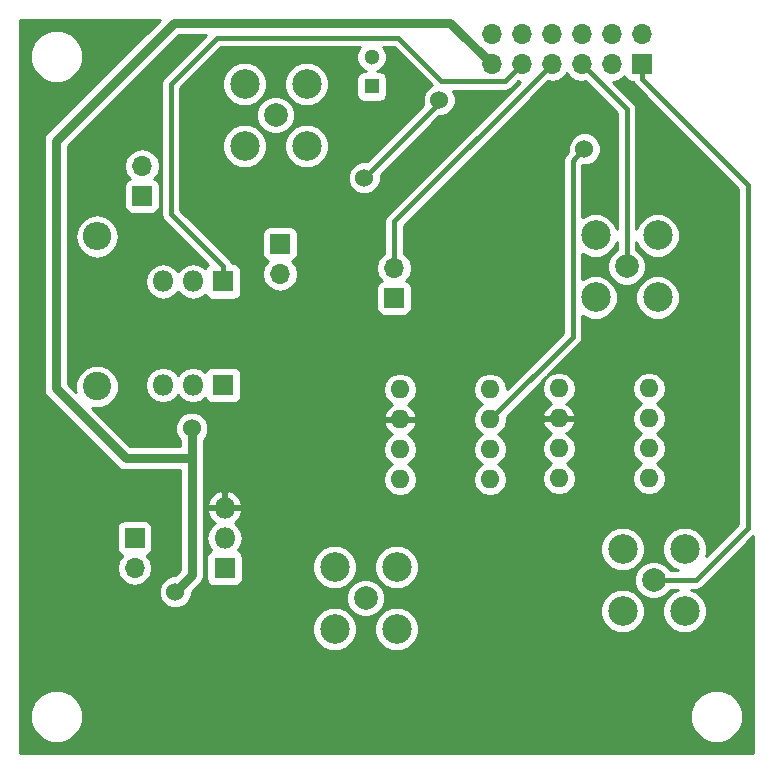
<source format=gbr>
G04 #@! TF.FileFunction,Copper,L2,Bot,Signal*
%FSLAX46Y46*%
G04 Gerber Fmt 4.6, Leading zero omitted, Abs format (unit mm)*
G04 Created by KiCad (PCBNEW 4.0.6) date Friday, June 16, 2017 'PMt' 04:10:38 PM*
%MOMM*%
%LPD*%
G01*
G04 APERTURE LIST*
%ADD10C,0.100000*%
%ADD11R,1.300000X1.300000*%
%ADD12C,1.300000*%
%ADD13R,1.700000X1.700000*%
%ADD14O,1.700000X1.700000*%
%ADD15R,1.800000X1.800000*%
%ADD16O,1.800000X1.800000*%
%ADD17C,2.400000*%
%ADD18O,2.400000X2.400000*%
%ADD19O,1.600000X1.600000*%
%ADD20C,1.998980*%
%ADD21C,2.500000*%
%ADD22C,1.524000*%
%ADD23C,0.381000*%
%ADD24C,0.762000*%
%ADD25C,0.457200*%
%ADD26C,0.254000*%
G04 APERTURE END LIST*
D10*
D11*
X144780000Y-57150000D03*
D12*
X144780000Y-54650000D03*
D13*
X125349000Y-66421000D03*
D14*
X125349000Y-63881000D03*
D13*
X124714000Y-95377000D03*
D14*
X124714000Y-97917000D03*
D13*
X137033000Y-70485000D03*
D14*
X137033000Y-73025000D03*
D13*
X146685000Y-75057000D03*
D14*
X146685000Y-72517000D03*
D15*
X132207000Y-82423000D03*
D16*
X129667000Y-82423000D03*
X127127000Y-82423000D03*
D15*
X132207000Y-73660000D03*
D16*
X129667000Y-73660000D03*
X127127000Y-73660000D03*
D17*
X121539000Y-82550000D03*
D18*
X121539000Y-69850000D03*
D15*
X132334000Y-97917000D03*
D16*
X132334000Y-95377000D03*
X132334000Y-92837000D03*
D19*
X168260038Y-82721340D03*
X168260038Y-85261340D03*
X168260038Y-87801340D03*
X168260038Y-90341340D03*
X160640038Y-90341340D03*
X160640038Y-87801340D03*
X160640038Y-85261340D03*
X160640038Y-82721340D03*
X154813000Y-82804000D03*
X154813000Y-85344000D03*
X154813000Y-87884000D03*
X154813000Y-90424000D03*
X147193000Y-90424000D03*
X147193000Y-87884000D03*
X147193000Y-85344000D03*
X147193000Y-82804000D03*
D13*
X167640000Y-55245000D03*
D14*
X167640000Y-52705000D03*
X165100000Y-55245000D03*
X165100000Y-52705000D03*
X162560000Y-55245000D03*
X162560000Y-52705000D03*
X160020000Y-55245000D03*
X160020000Y-52705000D03*
X157480000Y-55245000D03*
X157480000Y-52705000D03*
X154940000Y-55245000D03*
X154940000Y-52705000D03*
D20*
X136652000Y-59563000D03*
D21*
X139277000Y-56938000D03*
X139277000Y-62188000D03*
X134027000Y-56938000D03*
X134027000Y-62188000D03*
D20*
X144272000Y-100457000D03*
D21*
X146897000Y-103082000D03*
X141647000Y-103082000D03*
X146897000Y-97832000D03*
X141647000Y-97832000D03*
D20*
X166370000Y-72390000D03*
D21*
X168995000Y-75015000D03*
X163745000Y-75015000D03*
X168995000Y-69765000D03*
X163745000Y-69765000D03*
D20*
X168656000Y-98933000D03*
D21*
X171281000Y-101558000D03*
X166031000Y-101558000D03*
X171281000Y-96308000D03*
X166031000Y-96308000D03*
D22*
X150495000Y-58293000D03*
X144145000Y-64897000D03*
X129540000Y-86106000D03*
X128143000Y-99949000D03*
X160401000Y-75057000D03*
X157861000Y-86487000D03*
X162243745Y-92265186D03*
X136633705Y-92153780D03*
X144018000Y-62738000D03*
X156337000Y-97790000D03*
X143764000Y-86487000D03*
X157480000Y-65278000D03*
X162810341Y-62443172D03*
D23*
X144145000Y-64897000D02*
X150495000Y-58547000D01*
X150495000Y-58547000D02*
X150495000Y-58293000D01*
D24*
X123950633Y-88646000D02*
X129540000Y-88646000D01*
X118024089Y-82719456D02*
X123950633Y-88646000D01*
X118024089Y-61753702D02*
X118024089Y-82719456D01*
X128025300Y-51752491D02*
X118024089Y-61753702D01*
X151447491Y-51752491D02*
X128025300Y-51752491D01*
X154940000Y-55245000D02*
X151447491Y-51752491D01*
X129540000Y-98552000D02*
X129540000Y-88646000D01*
X129540000Y-88646000D02*
X129540000Y-86106000D01*
X128143000Y-99949000D02*
X129540000Y-98552000D01*
D25*
X143637000Y-86487000D02*
X143764000Y-86487000D01*
D23*
X162560000Y-55245000D02*
X166370000Y-59055000D01*
X166370000Y-59055000D02*
X166370000Y-72390000D01*
X160020000Y-55245000D02*
X146685000Y-68580000D01*
X146685000Y-68580000D02*
X146685000Y-72517000D01*
X162048342Y-63205171D02*
X162810341Y-62443172D01*
X161798001Y-63455512D02*
X162048342Y-63205171D01*
X161798001Y-78358999D02*
X161798001Y-63455512D01*
X154813000Y-85344000D02*
X161798001Y-78358999D01*
X167640000Y-55245000D02*
X167640000Y-56476000D01*
X167640000Y-56476000D02*
X176659597Y-65495597D01*
X176659597Y-65495597D02*
X176659597Y-94499034D01*
X176659597Y-94499034D02*
X172225631Y-98933000D01*
X172225631Y-98933000D02*
X170069492Y-98933000D01*
X170069492Y-98933000D02*
X168656000Y-98933000D01*
X157480000Y-55245000D02*
X156058499Y-56666501D01*
X156058499Y-56666501D02*
X150672156Y-56666501D01*
X150672156Y-56666501D02*
X147012632Y-53006977D01*
X147012632Y-53006977D02*
X131681324Y-53006977D01*
X131681324Y-53006977D02*
X127762000Y-56926301D01*
X127762000Y-56926301D02*
X127762000Y-67934000D01*
X127762000Y-67934000D02*
X132207000Y-72379000D01*
X132207000Y-72379000D02*
X132207000Y-73660000D01*
D26*
G36*
X117305669Y-61035282D02*
X117085427Y-61364895D01*
X117085427Y-61364896D01*
X117008089Y-61753702D01*
X117008089Y-82719456D01*
X117065965Y-83010419D01*
X117085427Y-83108263D01*
X117305669Y-83437876D01*
X123232213Y-89364421D01*
X123561826Y-89584662D01*
X123626333Y-89597493D01*
X123950633Y-89662000D01*
X128524000Y-89662000D01*
X128524000Y-98131159D01*
X128103195Y-98551965D01*
X127866339Y-98551758D01*
X127352697Y-98763990D01*
X126959371Y-99156630D01*
X126746243Y-99669900D01*
X126745758Y-100225661D01*
X126957990Y-100739303D01*
X127350630Y-101132629D01*
X127863900Y-101345757D01*
X128419661Y-101346242D01*
X128933303Y-101134010D01*
X129287236Y-100780694D01*
X142637226Y-100780694D01*
X142885538Y-101381655D01*
X143344927Y-101841846D01*
X143945453Y-102091206D01*
X144595694Y-102091774D01*
X145196655Y-101843462D01*
X145656846Y-101384073D01*
X145906206Y-100783547D01*
X145906774Y-100133306D01*
X145658462Y-99532345D01*
X145199073Y-99072154D01*
X144598547Y-98822794D01*
X143948306Y-98822226D01*
X143347345Y-99070538D01*
X142887154Y-99529927D01*
X142637794Y-100130453D01*
X142637226Y-100780694D01*
X129287236Y-100780694D01*
X129326629Y-100741370D01*
X129539757Y-100228100D01*
X129539966Y-99988875D01*
X130258420Y-99270421D01*
X130405581Y-99050179D01*
X130478662Y-98940806D01*
X130556000Y-98552000D01*
X130556000Y-97017000D01*
X130786560Y-97017000D01*
X130786560Y-98817000D01*
X130830838Y-99052317D01*
X130969910Y-99268441D01*
X131182110Y-99413431D01*
X131434000Y-99464440D01*
X133234000Y-99464440D01*
X133469317Y-99420162D01*
X133685441Y-99281090D01*
X133830431Y-99068890D01*
X133881440Y-98817000D01*
X133881440Y-98205305D01*
X139761674Y-98205305D01*
X140048043Y-98898372D01*
X140577839Y-99429093D01*
X141270405Y-99716672D01*
X142020305Y-99717326D01*
X142713372Y-99430957D01*
X143244093Y-98901161D01*
X143531672Y-98208595D01*
X143531674Y-98205305D01*
X145011674Y-98205305D01*
X145298043Y-98898372D01*
X145827839Y-99429093D01*
X146520405Y-99716672D01*
X147270305Y-99717326D01*
X147963372Y-99430957D01*
X148494093Y-98901161D01*
X148781672Y-98208595D01*
X148782326Y-97458695D01*
X148495957Y-96765628D01*
X148411781Y-96681305D01*
X164145674Y-96681305D01*
X164432043Y-97374372D01*
X164961839Y-97905093D01*
X165654405Y-98192672D01*
X166404305Y-98193326D01*
X167097372Y-97906957D01*
X167628093Y-97377161D01*
X167915672Y-96684595D01*
X167916326Y-95934695D01*
X167629957Y-95241628D01*
X167100161Y-94710907D01*
X166407595Y-94423328D01*
X165657695Y-94422674D01*
X164964628Y-94709043D01*
X164433907Y-95238839D01*
X164146328Y-95931405D01*
X164145674Y-96681305D01*
X148411781Y-96681305D01*
X147966161Y-96234907D01*
X147273595Y-95947328D01*
X146523695Y-95946674D01*
X145830628Y-96233043D01*
X145299907Y-96762839D01*
X145012328Y-97455405D01*
X145011674Y-98205305D01*
X143531674Y-98205305D01*
X143532326Y-97458695D01*
X143245957Y-96765628D01*
X142716161Y-96234907D01*
X142023595Y-95947328D01*
X141273695Y-95946674D01*
X140580628Y-96233043D01*
X140049907Y-96762839D01*
X139762328Y-97455405D01*
X139761674Y-98205305D01*
X133881440Y-98205305D01*
X133881440Y-97017000D01*
X133837162Y-96781683D01*
X133698090Y-96565559D01*
X133485890Y-96420569D01*
X133469656Y-96417281D01*
X133752155Y-95994491D01*
X133869000Y-95407072D01*
X133869000Y-95346928D01*
X133752155Y-94759509D01*
X133419409Y-94261519D01*
X133181418Y-94102499D01*
X133571966Y-93744576D01*
X133825046Y-93201742D01*
X133704997Y-92964000D01*
X132461000Y-92964000D01*
X132461000Y-92984000D01*
X132207000Y-92984000D01*
X132207000Y-92964000D01*
X130963003Y-92964000D01*
X130842954Y-93201742D01*
X131096034Y-93744576D01*
X131486582Y-94102499D01*
X131248591Y-94261519D01*
X130915845Y-94759509D01*
X130799000Y-95346928D01*
X130799000Y-95407072D01*
X130915845Y-95994491D01*
X131196837Y-96415026D01*
X130982559Y-96552910D01*
X130837569Y-96765110D01*
X130786560Y-97017000D01*
X130556000Y-97017000D01*
X130556000Y-92472258D01*
X130842954Y-92472258D01*
X130963003Y-92710000D01*
X132207000Y-92710000D01*
X132207000Y-91466622D01*
X132461000Y-91466622D01*
X132461000Y-92710000D01*
X133704997Y-92710000D01*
X133825046Y-92472258D01*
X133571966Y-91929424D01*
X133130417Y-91524760D01*
X132698740Y-91345964D01*
X132461000Y-91466622D01*
X132207000Y-91466622D01*
X131969260Y-91345964D01*
X131537583Y-91524760D01*
X131096034Y-91929424D01*
X130842954Y-92472258D01*
X130556000Y-92472258D01*
X130556000Y-87884000D01*
X145729887Y-87884000D01*
X145839120Y-88433151D01*
X146150189Y-88898698D01*
X146532275Y-89154000D01*
X146150189Y-89409302D01*
X145839120Y-89874849D01*
X145729887Y-90424000D01*
X145839120Y-90973151D01*
X146150189Y-91438698D01*
X146615736Y-91749767D01*
X147164887Y-91859000D01*
X147221113Y-91859000D01*
X147770264Y-91749767D01*
X148235811Y-91438698D01*
X148546880Y-90973151D01*
X148656113Y-90424000D01*
X148546880Y-89874849D01*
X148235811Y-89409302D01*
X147853725Y-89154000D01*
X148235811Y-88898698D01*
X148546880Y-88433151D01*
X148656113Y-87884000D01*
X148546880Y-87334849D01*
X148235811Y-86869302D01*
X147831297Y-86599014D01*
X148048134Y-86496389D01*
X148424041Y-86081423D01*
X148584904Y-85693039D01*
X148462915Y-85471000D01*
X147320000Y-85471000D01*
X147320000Y-85491000D01*
X147066000Y-85491000D01*
X147066000Y-85471000D01*
X145923085Y-85471000D01*
X145801096Y-85693039D01*
X145961959Y-86081423D01*
X146337866Y-86496389D01*
X146554703Y-86599014D01*
X146150189Y-86869302D01*
X145839120Y-87334849D01*
X145729887Y-87884000D01*
X130556000Y-87884000D01*
X130556000Y-87065707D01*
X130723629Y-86898370D01*
X130936757Y-86385100D01*
X130937242Y-85829339D01*
X130725010Y-85315697D01*
X130332370Y-84922371D01*
X129819100Y-84709243D01*
X129263339Y-84708758D01*
X128749697Y-84920990D01*
X128356371Y-85313630D01*
X128143243Y-85826900D01*
X128142758Y-86382661D01*
X128354990Y-86896303D01*
X128524000Y-87065608D01*
X128524000Y-87630000D01*
X124371474Y-87630000D01*
X121093319Y-84351846D01*
X121172395Y-84384681D01*
X121902403Y-84385318D01*
X122577086Y-84106545D01*
X123093730Y-83590801D01*
X123373681Y-82916605D01*
X123374111Y-82423000D01*
X125561928Y-82423000D01*
X125678773Y-83010419D01*
X126011519Y-83508409D01*
X126509509Y-83841155D01*
X127096928Y-83958000D01*
X127157072Y-83958000D01*
X127744491Y-83841155D01*
X128242481Y-83508409D01*
X128397000Y-83277155D01*
X128551519Y-83508409D01*
X129049509Y-83841155D01*
X129636928Y-83958000D01*
X129697072Y-83958000D01*
X130284491Y-83841155D01*
X130705026Y-83560163D01*
X130842910Y-83774441D01*
X131055110Y-83919431D01*
X131307000Y-83970440D01*
X133107000Y-83970440D01*
X133342317Y-83926162D01*
X133558441Y-83787090D01*
X133703431Y-83574890D01*
X133754440Y-83323000D01*
X133754440Y-82804000D01*
X145729887Y-82804000D01*
X145839120Y-83353151D01*
X146150189Y-83818698D01*
X146554703Y-84088986D01*
X146337866Y-84191611D01*
X145961959Y-84606577D01*
X145801096Y-84994961D01*
X145923085Y-85217000D01*
X147066000Y-85217000D01*
X147066000Y-85197000D01*
X147320000Y-85197000D01*
X147320000Y-85217000D01*
X148462915Y-85217000D01*
X148584904Y-84994961D01*
X148424041Y-84606577D01*
X148048134Y-84191611D01*
X147831297Y-84088986D01*
X148235811Y-83818698D01*
X148546880Y-83353151D01*
X148656113Y-82804000D01*
X148546880Y-82254849D01*
X148235811Y-81789302D01*
X147770264Y-81478233D01*
X147221113Y-81369000D01*
X147164887Y-81369000D01*
X146615736Y-81478233D01*
X146150189Y-81789302D01*
X145839120Y-82254849D01*
X145729887Y-82804000D01*
X133754440Y-82804000D01*
X133754440Y-81523000D01*
X133710162Y-81287683D01*
X133571090Y-81071559D01*
X133358890Y-80926569D01*
X133107000Y-80875560D01*
X131307000Y-80875560D01*
X131071683Y-80919838D01*
X130855559Y-81058910D01*
X130710569Y-81271110D01*
X130707281Y-81287344D01*
X130284491Y-81004845D01*
X129697072Y-80888000D01*
X129636928Y-80888000D01*
X129049509Y-81004845D01*
X128551519Y-81337591D01*
X128397000Y-81568845D01*
X128242481Y-81337591D01*
X127744491Y-81004845D01*
X127157072Y-80888000D01*
X127096928Y-80888000D01*
X126509509Y-81004845D01*
X126011519Y-81337591D01*
X125678773Y-81835581D01*
X125561928Y-82423000D01*
X123374111Y-82423000D01*
X123374318Y-82186597D01*
X123095545Y-81511914D01*
X122579801Y-80995270D01*
X121905605Y-80715319D01*
X121175597Y-80714682D01*
X120500914Y-80993455D01*
X119984270Y-81509199D01*
X119704319Y-82183395D01*
X119703682Y-82913403D01*
X119738048Y-82996575D01*
X119040089Y-82298616D01*
X119040089Y-69814050D01*
X119704000Y-69814050D01*
X119704000Y-69885950D01*
X119843681Y-70588174D01*
X120241459Y-71183491D01*
X120836776Y-71581269D01*
X121539000Y-71720950D01*
X122241224Y-71581269D01*
X122836541Y-71183491D01*
X123234319Y-70588174D01*
X123374000Y-69885950D01*
X123374000Y-69814050D01*
X123234319Y-69111826D01*
X122836541Y-68516509D01*
X122241224Y-68118731D01*
X121539000Y-67979050D01*
X120836776Y-68118731D01*
X120241459Y-68516509D01*
X119843681Y-69111826D01*
X119704000Y-69814050D01*
X119040089Y-69814050D01*
X119040089Y-63881000D01*
X123834907Y-63881000D01*
X123947946Y-64449285D01*
X124269853Y-64931054D01*
X124311452Y-64958850D01*
X124263683Y-64967838D01*
X124047559Y-65106910D01*
X123902569Y-65319110D01*
X123851560Y-65571000D01*
X123851560Y-67271000D01*
X123895838Y-67506317D01*
X124034910Y-67722441D01*
X124247110Y-67867431D01*
X124499000Y-67918440D01*
X126199000Y-67918440D01*
X126434317Y-67874162D01*
X126650441Y-67735090D01*
X126795431Y-67522890D01*
X126846440Y-67271000D01*
X126846440Y-65571000D01*
X126802162Y-65335683D01*
X126663090Y-65119559D01*
X126450890Y-64974569D01*
X126383459Y-64960914D01*
X126428147Y-64931054D01*
X126750054Y-64449285D01*
X126863093Y-63881000D01*
X126750054Y-63312715D01*
X126428147Y-62830946D01*
X125946378Y-62509039D01*
X125378093Y-62396000D01*
X125319907Y-62396000D01*
X124751622Y-62509039D01*
X124269853Y-62830946D01*
X123947946Y-63312715D01*
X123834907Y-63881000D01*
X119040089Y-63881000D01*
X119040089Y-62174542D01*
X128446141Y-52768491D01*
X130752376Y-52768491D01*
X127178283Y-56342584D01*
X126999337Y-56610395D01*
X126963233Y-56791905D01*
X126936500Y-56926301D01*
X126936500Y-67934000D01*
X126999337Y-68249906D01*
X127178283Y-68517717D01*
X130916964Y-72256397D01*
X130855559Y-72295910D01*
X130710569Y-72508110D01*
X130707281Y-72524344D01*
X130284491Y-72241845D01*
X129697072Y-72125000D01*
X129636928Y-72125000D01*
X129049509Y-72241845D01*
X128551519Y-72574591D01*
X128397000Y-72805845D01*
X128242481Y-72574591D01*
X127744491Y-72241845D01*
X127157072Y-72125000D01*
X127096928Y-72125000D01*
X126509509Y-72241845D01*
X126011519Y-72574591D01*
X125678773Y-73072581D01*
X125561928Y-73660000D01*
X125678773Y-74247419D01*
X126011519Y-74745409D01*
X126509509Y-75078155D01*
X127096928Y-75195000D01*
X127157072Y-75195000D01*
X127744491Y-75078155D01*
X128242481Y-74745409D01*
X128397000Y-74514155D01*
X128551519Y-74745409D01*
X129049509Y-75078155D01*
X129636928Y-75195000D01*
X129697072Y-75195000D01*
X130284491Y-75078155D01*
X130705026Y-74797163D01*
X130842910Y-75011441D01*
X131055110Y-75156431D01*
X131307000Y-75207440D01*
X133107000Y-75207440D01*
X133342317Y-75163162D01*
X133558441Y-75024090D01*
X133703431Y-74811890D01*
X133754440Y-74560000D01*
X133754440Y-73025000D01*
X135518907Y-73025000D01*
X135631946Y-73593285D01*
X135953853Y-74075054D01*
X136435622Y-74396961D01*
X137003907Y-74510000D01*
X137062093Y-74510000D01*
X137630378Y-74396961D01*
X138112147Y-74075054D01*
X138434054Y-73593285D01*
X138547093Y-73025000D01*
X138434054Y-72456715D01*
X138112147Y-71974946D01*
X138070548Y-71947150D01*
X138118317Y-71938162D01*
X138334441Y-71799090D01*
X138479431Y-71586890D01*
X138530440Y-71335000D01*
X138530440Y-69635000D01*
X138486162Y-69399683D01*
X138347090Y-69183559D01*
X138134890Y-69038569D01*
X137883000Y-68987560D01*
X136183000Y-68987560D01*
X135947683Y-69031838D01*
X135731559Y-69170910D01*
X135586569Y-69383110D01*
X135535560Y-69635000D01*
X135535560Y-71335000D01*
X135579838Y-71570317D01*
X135718910Y-71786441D01*
X135931110Y-71931431D01*
X135998541Y-71945086D01*
X135953853Y-71974946D01*
X135631946Y-72456715D01*
X135518907Y-73025000D01*
X133754440Y-73025000D01*
X133754440Y-72760000D01*
X133710162Y-72524683D01*
X133571090Y-72308559D01*
X133358890Y-72163569D01*
X133107000Y-72112560D01*
X132979502Y-72112560D01*
X132969663Y-72063094D01*
X132893237Y-71948715D01*
X132790717Y-71795283D01*
X132790714Y-71795281D01*
X128587500Y-67592066D01*
X128587500Y-62561305D01*
X132141674Y-62561305D01*
X132428043Y-63254372D01*
X132957839Y-63785093D01*
X133650405Y-64072672D01*
X134400305Y-64073326D01*
X135093372Y-63786957D01*
X135624093Y-63257161D01*
X135911672Y-62564595D01*
X135911674Y-62561305D01*
X137391674Y-62561305D01*
X137678043Y-63254372D01*
X138207839Y-63785093D01*
X138900405Y-64072672D01*
X139650305Y-64073326D01*
X140343372Y-63786957D01*
X140874093Y-63257161D01*
X141161672Y-62564595D01*
X141162326Y-61814695D01*
X140875957Y-61121628D01*
X140346161Y-60590907D01*
X139653595Y-60303328D01*
X138903695Y-60302674D01*
X138210628Y-60589043D01*
X137679907Y-61118839D01*
X137392328Y-61811405D01*
X137391674Y-62561305D01*
X135911674Y-62561305D01*
X135912326Y-61814695D01*
X135625957Y-61121628D01*
X135096161Y-60590907D01*
X134403595Y-60303328D01*
X133653695Y-60302674D01*
X132960628Y-60589043D01*
X132429907Y-61118839D01*
X132142328Y-61811405D01*
X132141674Y-62561305D01*
X128587500Y-62561305D01*
X128587500Y-59886694D01*
X135017226Y-59886694D01*
X135265538Y-60487655D01*
X135724927Y-60947846D01*
X136325453Y-61197206D01*
X136975694Y-61197774D01*
X137576655Y-60949462D01*
X138036846Y-60490073D01*
X138286206Y-59889547D01*
X138286774Y-59239306D01*
X138038462Y-58638345D01*
X137579073Y-58178154D01*
X136978547Y-57928794D01*
X136328306Y-57928226D01*
X135727345Y-58176538D01*
X135267154Y-58635927D01*
X135017794Y-59236453D01*
X135017226Y-59886694D01*
X128587500Y-59886694D01*
X128587500Y-57311305D01*
X132141674Y-57311305D01*
X132428043Y-58004372D01*
X132957839Y-58535093D01*
X133650405Y-58822672D01*
X134400305Y-58823326D01*
X135093372Y-58536957D01*
X135624093Y-58007161D01*
X135911672Y-57314595D01*
X135911674Y-57311305D01*
X137391674Y-57311305D01*
X137678043Y-58004372D01*
X138207839Y-58535093D01*
X138900405Y-58822672D01*
X139650305Y-58823326D01*
X140343372Y-58536957D01*
X140874093Y-58007161D01*
X141161672Y-57314595D01*
X141162326Y-56564695D01*
X140875957Y-55871628D01*
X140346161Y-55340907D01*
X139653595Y-55053328D01*
X138903695Y-55052674D01*
X138210628Y-55339043D01*
X137679907Y-55868839D01*
X137392328Y-56561405D01*
X137391674Y-57311305D01*
X135911674Y-57311305D01*
X135912326Y-56564695D01*
X135625957Y-55871628D01*
X135096161Y-55340907D01*
X134403595Y-55053328D01*
X133653695Y-55052674D01*
X132960628Y-55339043D01*
X132429907Y-55868839D01*
X132142328Y-56561405D01*
X132141674Y-57311305D01*
X128587500Y-57311305D01*
X128587500Y-57268235D01*
X132023258Y-53832477D01*
X143780098Y-53832477D01*
X143691265Y-53921155D01*
X143495223Y-54393276D01*
X143494777Y-54904481D01*
X143689995Y-55376943D01*
X144051155Y-55738735D01*
X144325276Y-55852560D01*
X144130000Y-55852560D01*
X143894683Y-55896838D01*
X143678559Y-56035910D01*
X143533569Y-56248110D01*
X143482560Y-56500000D01*
X143482560Y-57800000D01*
X143526838Y-58035317D01*
X143665910Y-58251441D01*
X143878110Y-58396431D01*
X144130000Y-58447440D01*
X145430000Y-58447440D01*
X145665317Y-58403162D01*
X145881441Y-58264090D01*
X146026431Y-58051890D01*
X146077440Y-57800000D01*
X146077440Y-56500000D01*
X146033162Y-56264683D01*
X145894090Y-56048559D01*
X145681890Y-55903569D01*
X145430000Y-55852560D01*
X145234540Y-55852560D01*
X145506943Y-55740005D01*
X145868735Y-55378845D01*
X146064777Y-54906724D01*
X146065223Y-54395519D01*
X145870005Y-53923057D01*
X145779583Y-53832477D01*
X146670698Y-53832477D01*
X149875597Y-57037376D01*
X149704697Y-57107990D01*
X149311371Y-57500630D01*
X149098243Y-58013900D01*
X149097758Y-58569661D01*
X149158324Y-58716242D01*
X144374366Y-63500200D01*
X143868339Y-63499758D01*
X143354697Y-63711990D01*
X142961371Y-64104630D01*
X142748243Y-64617900D01*
X142747758Y-65173661D01*
X142959990Y-65687303D01*
X143352630Y-66080629D01*
X143865900Y-66293757D01*
X144421661Y-66294242D01*
X144935303Y-66082010D01*
X145328629Y-65689370D01*
X145541757Y-65176100D01*
X145542201Y-64667233D01*
X150519412Y-59690022D01*
X150771661Y-59690242D01*
X151285303Y-59478010D01*
X151678629Y-59085370D01*
X151891757Y-58572100D01*
X151892242Y-58016339D01*
X151680010Y-57502697D01*
X151669333Y-57492001D01*
X156058499Y-57492001D01*
X156374405Y-57429164D01*
X156642216Y-57250218D01*
X157190855Y-56701579D01*
X157361954Y-56735612D01*
X146101283Y-67996283D01*
X145922337Y-68264094D01*
X145922337Y-68264095D01*
X145859500Y-68580000D01*
X145859500Y-71297465D01*
X145605853Y-71466946D01*
X145283946Y-71948715D01*
X145170907Y-72517000D01*
X145283946Y-73085285D01*
X145605853Y-73567054D01*
X145647452Y-73594850D01*
X145599683Y-73603838D01*
X145383559Y-73742910D01*
X145238569Y-73955110D01*
X145187560Y-74207000D01*
X145187560Y-75907000D01*
X145231838Y-76142317D01*
X145370910Y-76358441D01*
X145583110Y-76503431D01*
X145835000Y-76554440D01*
X147535000Y-76554440D01*
X147770317Y-76510162D01*
X147986441Y-76371090D01*
X148131431Y-76158890D01*
X148182440Y-75907000D01*
X148182440Y-74207000D01*
X148138162Y-73971683D01*
X147999090Y-73755559D01*
X147786890Y-73610569D01*
X147719459Y-73596914D01*
X147764147Y-73567054D01*
X148086054Y-73085285D01*
X148199093Y-72517000D01*
X148086054Y-71948715D01*
X147764147Y-71466946D01*
X147510500Y-71297465D01*
X147510500Y-68921934D01*
X159730855Y-56701579D01*
X160020000Y-56759093D01*
X160588285Y-56646054D01*
X161070054Y-56324147D01*
X161290000Y-55994974D01*
X161509946Y-56324147D01*
X161991715Y-56646054D01*
X162560000Y-56759093D01*
X162849145Y-56701578D01*
X165544500Y-59396933D01*
X165544500Y-69183980D01*
X165343957Y-68698628D01*
X164814161Y-68167907D01*
X164121595Y-67880328D01*
X163371695Y-67879674D01*
X162678628Y-68166043D01*
X162623501Y-68221074D01*
X162623501Y-63840010D01*
X163087002Y-63840414D01*
X163600644Y-63628182D01*
X163993970Y-63235542D01*
X164207098Y-62722272D01*
X164207583Y-62166511D01*
X163995351Y-61652869D01*
X163602711Y-61259543D01*
X163089441Y-61046415D01*
X162533680Y-61045930D01*
X162020038Y-61258162D01*
X161626712Y-61650802D01*
X161413584Y-62164072D01*
X161413140Y-62672940D01*
X161214284Y-62871795D01*
X161035338Y-63139606D01*
X161016255Y-63235542D01*
X160972501Y-63455512D01*
X160972501Y-78017065D01*
X156261090Y-82728476D01*
X156166880Y-82254849D01*
X155855811Y-81789302D01*
X155390264Y-81478233D01*
X154841113Y-81369000D01*
X154784887Y-81369000D01*
X154235736Y-81478233D01*
X153770189Y-81789302D01*
X153459120Y-82254849D01*
X153349887Y-82804000D01*
X153459120Y-83353151D01*
X153770189Y-83818698D01*
X154152275Y-84074000D01*
X153770189Y-84329302D01*
X153459120Y-84794849D01*
X153349887Y-85344000D01*
X153459120Y-85893151D01*
X153770189Y-86358698D01*
X154152275Y-86614000D01*
X153770189Y-86869302D01*
X153459120Y-87334849D01*
X153349887Y-87884000D01*
X153459120Y-88433151D01*
X153770189Y-88898698D01*
X154152275Y-89154000D01*
X153770189Y-89409302D01*
X153459120Y-89874849D01*
X153349887Y-90424000D01*
X153459120Y-90973151D01*
X153770189Y-91438698D01*
X154235736Y-91749767D01*
X154784887Y-91859000D01*
X154841113Y-91859000D01*
X155390264Y-91749767D01*
X155855811Y-91438698D01*
X156166880Y-90973151D01*
X156276113Y-90424000D01*
X156166880Y-89874849D01*
X155855811Y-89409302D01*
X155473725Y-89154000D01*
X155855811Y-88898698D01*
X156166880Y-88433151D01*
X156276113Y-87884000D01*
X156259671Y-87801340D01*
X159176925Y-87801340D01*
X159286158Y-88350491D01*
X159597227Y-88816038D01*
X159979313Y-89071340D01*
X159597227Y-89326642D01*
X159286158Y-89792189D01*
X159176925Y-90341340D01*
X159286158Y-90890491D01*
X159597227Y-91356038D01*
X160062774Y-91667107D01*
X160611925Y-91776340D01*
X160668151Y-91776340D01*
X161217302Y-91667107D01*
X161682849Y-91356038D01*
X161993918Y-90890491D01*
X162103151Y-90341340D01*
X161993918Y-89792189D01*
X161682849Y-89326642D01*
X161300763Y-89071340D01*
X161682849Y-88816038D01*
X161993918Y-88350491D01*
X162103151Y-87801340D01*
X161993918Y-87252189D01*
X161682849Y-86786642D01*
X161278335Y-86516354D01*
X161495172Y-86413729D01*
X161871079Y-85998763D01*
X162031942Y-85610379D01*
X161909953Y-85388340D01*
X160767038Y-85388340D01*
X160767038Y-85408340D01*
X160513038Y-85408340D01*
X160513038Y-85388340D01*
X159370123Y-85388340D01*
X159248134Y-85610379D01*
X159408997Y-85998763D01*
X159784904Y-86413729D01*
X160001741Y-86516354D01*
X159597227Y-86786642D01*
X159286158Y-87252189D01*
X159176925Y-87801340D01*
X156259671Y-87801340D01*
X156166880Y-87334849D01*
X155855811Y-86869302D01*
X155473725Y-86614000D01*
X155855811Y-86358698D01*
X156166880Y-85893151D01*
X156276113Y-85344000D01*
X156227057Y-85097377D01*
X159555816Y-81768618D01*
X159286158Y-82172189D01*
X159176925Y-82721340D01*
X159286158Y-83270491D01*
X159597227Y-83736038D01*
X160001741Y-84006326D01*
X159784904Y-84108951D01*
X159408997Y-84523917D01*
X159248134Y-84912301D01*
X159370123Y-85134340D01*
X160513038Y-85134340D01*
X160513038Y-85114340D01*
X160767038Y-85114340D01*
X160767038Y-85134340D01*
X161909953Y-85134340D01*
X162031942Y-84912301D01*
X161871079Y-84523917D01*
X161495172Y-84108951D01*
X161278335Y-84006326D01*
X161682849Y-83736038D01*
X161993918Y-83270491D01*
X162103151Y-82721340D01*
X166796925Y-82721340D01*
X166906158Y-83270491D01*
X167217227Y-83736038D01*
X167599313Y-83991340D01*
X167217227Y-84246642D01*
X166906158Y-84712189D01*
X166796925Y-85261340D01*
X166906158Y-85810491D01*
X167217227Y-86276038D01*
X167599313Y-86531340D01*
X167217227Y-86786642D01*
X166906158Y-87252189D01*
X166796925Y-87801340D01*
X166906158Y-88350491D01*
X167217227Y-88816038D01*
X167599313Y-89071340D01*
X167217227Y-89326642D01*
X166906158Y-89792189D01*
X166796925Y-90341340D01*
X166906158Y-90890491D01*
X167217227Y-91356038D01*
X167682774Y-91667107D01*
X168231925Y-91776340D01*
X168288151Y-91776340D01*
X168837302Y-91667107D01*
X169302849Y-91356038D01*
X169613918Y-90890491D01*
X169723151Y-90341340D01*
X169613918Y-89792189D01*
X169302849Y-89326642D01*
X168920763Y-89071340D01*
X169302849Y-88816038D01*
X169613918Y-88350491D01*
X169723151Y-87801340D01*
X169613918Y-87252189D01*
X169302849Y-86786642D01*
X168920763Y-86531340D01*
X169302849Y-86276038D01*
X169613918Y-85810491D01*
X169723151Y-85261340D01*
X169613918Y-84712189D01*
X169302849Y-84246642D01*
X168920763Y-83991340D01*
X169302849Y-83736038D01*
X169613918Y-83270491D01*
X169723151Y-82721340D01*
X169613918Y-82172189D01*
X169302849Y-81706642D01*
X168837302Y-81395573D01*
X168288151Y-81286340D01*
X168231925Y-81286340D01*
X167682774Y-81395573D01*
X167217227Y-81706642D01*
X166906158Y-82172189D01*
X166796925Y-82721340D01*
X162103151Y-82721340D01*
X161993918Y-82172189D01*
X161682849Y-81706642D01*
X161217302Y-81395573D01*
X160668151Y-81286340D01*
X160611925Y-81286340D01*
X160062774Y-81395573D01*
X159659203Y-81665231D01*
X162381718Y-78942716D01*
X162560664Y-78674905D01*
X162623501Y-78358999D01*
X162623501Y-76559664D01*
X162675839Y-76612093D01*
X163368405Y-76899672D01*
X164118305Y-76900326D01*
X164811372Y-76613957D01*
X165342093Y-76084161D01*
X165629672Y-75391595D01*
X165629674Y-75388305D01*
X167109674Y-75388305D01*
X167396043Y-76081372D01*
X167925839Y-76612093D01*
X168618405Y-76899672D01*
X169368305Y-76900326D01*
X170061372Y-76613957D01*
X170592093Y-76084161D01*
X170879672Y-75391595D01*
X170880326Y-74641695D01*
X170593957Y-73948628D01*
X170064161Y-73417907D01*
X169371595Y-73130328D01*
X168621695Y-73129674D01*
X167928628Y-73416043D01*
X167397907Y-73945839D01*
X167110328Y-74638405D01*
X167109674Y-75388305D01*
X165629674Y-75388305D01*
X165630326Y-74641695D01*
X165343957Y-73948628D01*
X164814161Y-73417907D01*
X164121595Y-73130328D01*
X163371695Y-73129674D01*
X162678628Y-73416043D01*
X162623501Y-73471074D01*
X162623501Y-71309664D01*
X162675839Y-71362093D01*
X163368405Y-71649672D01*
X164118305Y-71650326D01*
X164811372Y-71363957D01*
X165342093Y-70834161D01*
X165544500Y-70346712D01*
X165544500Y-70962568D01*
X165445345Y-71003538D01*
X164985154Y-71462927D01*
X164735794Y-72063453D01*
X164735226Y-72713694D01*
X164983538Y-73314655D01*
X165442927Y-73774846D01*
X166043453Y-74024206D01*
X166693694Y-74024774D01*
X167294655Y-73776462D01*
X167754846Y-73317073D01*
X168004206Y-72716547D01*
X168004774Y-72066306D01*
X167756462Y-71465345D01*
X167297073Y-71005154D01*
X167195500Y-70962977D01*
X167195500Y-70346020D01*
X167396043Y-70831372D01*
X167925839Y-71362093D01*
X168618405Y-71649672D01*
X169368305Y-71650326D01*
X170061372Y-71363957D01*
X170592093Y-70834161D01*
X170879672Y-70141595D01*
X170880326Y-69391695D01*
X170593957Y-68698628D01*
X170064161Y-68167907D01*
X169371595Y-67880328D01*
X168621695Y-67879674D01*
X167928628Y-68166043D01*
X167397907Y-68695839D01*
X167195500Y-69183288D01*
X167195500Y-59055005D01*
X167195501Y-59055000D01*
X167132663Y-58739095D01*
X167063728Y-58635927D01*
X166953717Y-58471283D01*
X166953714Y-58471281D01*
X165218046Y-56735612D01*
X165668285Y-56646054D01*
X166150054Y-56324147D01*
X166177850Y-56282548D01*
X166186838Y-56330317D01*
X166325910Y-56546441D01*
X166538110Y-56691431D01*
X166790000Y-56742440D01*
X166867498Y-56742440D01*
X166877337Y-56791906D01*
X167056283Y-57059717D01*
X175834097Y-65837530D01*
X175834097Y-94157100D01*
X173065598Y-96925599D01*
X173165672Y-96684595D01*
X173166326Y-95934695D01*
X172879957Y-95241628D01*
X172350161Y-94710907D01*
X171657595Y-94423328D01*
X170907695Y-94422674D01*
X170214628Y-94709043D01*
X169683907Y-95238839D01*
X169396328Y-95931405D01*
X169395674Y-96681305D01*
X169682043Y-97374372D01*
X170211839Y-97905093D01*
X170699288Y-98107500D01*
X170083432Y-98107500D01*
X170042462Y-98008345D01*
X169583073Y-97548154D01*
X168982547Y-97298794D01*
X168332306Y-97298226D01*
X167731345Y-97546538D01*
X167271154Y-98005927D01*
X167021794Y-98606453D01*
X167021226Y-99256694D01*
X167269538Y-99857655D01*
X167728927Y-100317846D01*
X168329453Y-100567206D01*
X168979694Y-100567774D01*
X169580655Y-100319462D01*
X170040846Y-99860073D01*
X170083023Y-99758500D01*
X170699980Y-99758500D01*
X170214628Y-99959043D01*
X169683907Y-100488839D01*
X169396328Y-101181405D01*
X169395674Y-101931305D01*
X169682043Y-102624372D01*
X170211839Y-103155093D01*
X170904405Y-103442672D01*
X171654305Y-103443326D01*
X172347372Y-103156957D01*
X172878093Y-102627161D01*
X173165672Y-101934595D01*
X173166326Y-101184695D01*
X172879957Y-100491628D01*
X172350161Y-99960907D01*
X171862712Y-99758500D01*
X172225631Y-99758500D01*
X172541537Y-99695663D01*
X172809348Y-99516717D01*
X177090000Y-95236065D01*
X177090000Y-113590000D01*
X115010000Y-113590000D01*
X115010000Y-110932619D01*
X115874613Y-110932619D01*
X116214155Y-111754372D01*
X116842321Y-112383636D01*
X117663481Y-112724611D01*
X118552619Y-112725387D01*
X119374372Y-112385845D01*
X120003636Y-111757679D01*
X120344611Y-110936519D01*
X120344614Y-110932619D01*
X171754613Y-110932619D01*
X172094155Y-111754372D01*
X172722321Y-112383636D01*
X173543481Y-112724611D01*
X174432619Y-112725387D01*
X175254372Y-112385845D01*
X175883636Y-111757679D01*
X176224611Y-110936519D01*
X176225387Y-110047381D01*
X175885845Y-109225628D01*
X175257679Y-108596364D01*
X174436519Y-108255389D01*
X173547381Y-108254613D01*
X172725628Y-108594155D01*
X172096364Y-109222321D01*
X171755389Y-110043481D01*
X171754613Y-110932619D01*
X120344614Y-110932619D01*
X120345387Y-110047381D01*
X120005845Y-109225628D01*
X119377679Y-108596364D01*
X118556519Y-108255389D01*
X117667381Y-108254613D01*
X116845628Y-108594155D01*
X116216364Y-109222321D01*
X115875389Y-110043481D01*
X115874613Y-110932619D01*
X115010000Y-110932619D01*
X115010000Y-103455305D01*
X139761674Y-103455305D01*
X140048043Y-104148372D01*
X140577839Y-104679093D01*
X141270405Y-104966672D01*
X142020305Y-104967326D01*
X142713372Y-104680957D01*
X143244093Y-104151161D01*
X143531672Y-103458595D01*
X143531674Y-103455305D01*
X145011674Y-103455305D01*
X145298043Y-104148372D01*
X145827839Y-104679093D01*
X146520405Y-104966672D01*
X147270305Y-104967326D01*
X147963372Y-104680957D01*
X148494093Y-104151161D01*
X148781672Y-103458595D01*
X148782326Y-102708695D01*
X148495957Y-102015628D01*
X148411781Y-101931305D01*
X164145674Y-101931305D01*
X164432043Y-102624372D01*
X164961839Y-103155093D01*
X165654405Y-103442672D01*
X166404305Y-103443326D01*
X167097372Y-103156957D01*
X167628093Y-102627161D01*
X167915672Y-101934595D01*
X167916326Y-101184695D01*
X167629957Y-100491628D01*
X167100161Y-99960907D01*
X166407595Y-99673328D01*
X165657695Y-99672674D01*
X164964628Y-99959043D01*
X164433907Y-100488839D01*
X164146328Y-101181405D01*
X164145674Y-101931305D01*
X148411781Y-101931305D01*
X147966161Y-101484907D01*
X147273595Y-101197328D01*
X146523695Y-101196674D01*
X145830628Y-101483043D01*
X145299907Y-102012839D01*
X145012328Y-102705405D01*
X145011674Y-103455305D01*
X143531674Y-103455305D01*
X143532326Y-102708695D01*
X143245957Y-102015628D01*
X142716161Y-101484907D01*
X142023595Y-101197328D01*
X141273695Y-101196674D01*
X140580628Y-101483043D01*
X140049907Y-102012839D01*
X139762328Y-102705405D01*
X139761674Y-103455305D01*
X115010000Y-103455305D01*
X115010000Y-97917000D01*
X123199907Y-97917000D01*
X123312946Y-98485285D01*
X123634853Y-98967054D01*
X124116622Y-99288961D01*
X124684907Y-99402000D01*
X124743093Y-99402000D01*
X125311378Y-99288961D01*
X125793147Y-98967054D01*
X126115054Y-98485285D01*
X126228093Y-97917000D01*
X126115054Y-97348715D01*
X125793147Y-96866946D01*
X125751548Y-96839150D01*
X125799317Y-96830162D01*
X126015441Y-96691090D01*
X126160431Y-96478890D01*
X126211440Y-96227000D01*
X126211440Y-94527000D01*
X126167162Y-94291683D01*
X126028090Y-94075559D01*
X125815890Y-93930569D01*
X125564000Y-93879560D01*
X123864000Y-93879560D01*
X123628683Y-93923838D01*
X123412559Y-94062910D01*
X123267569Y-94275110D01*
X123216560Y-94527000D01*
X123216560Y-96227000D01*
X123260838Y-96462317D01*
X123399910Y-96678441D01*
X123612110Y-96823431D01*
X123679541Y-96837086D01*
X123634853Y-96866946D01*
X123312946Y-97348715D01*
X123199907Y-97917000D01*
X115010000Y-97917000D01*
X115010000Y-55052619D01*
X115874613Y-55052619D01*
X116214155Y-55874372D01*
X116842321Y-56503636D01*
X117663481Y-56844611D01*
X118552619Y-56845387D01*
X119374372Y-56505845D01*
X120003636Y-55877679D01*
X120344611Y-55056519D01*
X120345387Y-54167381D01*
X120005845Y-53345628D01*
X119377679Y-52716364D01*
X118556519Y-52375389D01*
X117667381Y-52374613D01*
X116845628Y-52714155D01*
X116216364Y-53342321D01*
X115875389Y-54163481D01*
X115874613Y-55052619D01*
X115010000Y-55052619D01*
X115010000Y-51510000D01*
X126830950Y-51510000D01*
X117305669Y-61035282D01*
X117305669Y-61035282D01*
G37*
X117305669Y-61035282D02*
X117085427Y-61364895D01*
X117085427Y-61364896D01*
X117008089Y-61753702D01*
X117008089Y-82719456D01*
X117065965Y-83010419D01*
X117085427Y-83108263D01*
X117305669Y-83437876D01*
X123232213Y-89364421D01*
X123561826Y-89584662D01*
X123626333Y-89597493D01*
X123950633Y-89662000D01*
X128524000Y-89662000D01*
X128524000Y-98131159D01*
X128103195Y-98551965D01*
X127866339Y-98551758D01*
X127352697Y-98763990D01*
X126959371Y-99156630D01*
X126746243Y-99669900D01*
X126745758Y-100225661D01*
X126957990Y-100739303D01*
X127350630Y-101132629D01*
X127863900Y-101345757D01*
X128419661Y-101346242D01*
X128933303Y-101134010D01*
X129287236Y-100780694D01*
X142637226Y-100780694D01*
X142885538Y-101381655D01*
X143344927Y-101841846D01*
X143945453Y-102091206D01*
X144595694Y-102091774D01*
X145196655Y-101843462D01*
X145656846Y-101384073D01*
X145906206Y-100783547D01*
X145906774Y-100133306D01*
X145658462Y-99532345D01*
X145199073Y-99072154D01*
X144598547Y-98822794D01*
X143948306Y-98822226D01*
X143347345Y-99070538D01*
X142887154Y-99529927D01*
X142637794Y-100130453D01*
X142637226Y-100780694D01*
X129287236Y-100780694D01*
X129326629Y-100741370D01*
X129539757Y-100228100D01*
X129539966Y-99988875D01*
X130258420Y-99270421D01*
X130405581Y-99050179D01*
X130478662Y-98940806D01*
X130556000Y-98552000D01*
X130556000Y-97017000D01*
X130786560Y-97017000D01*
X130786560Y-98817000D01*
X130830838Y-99052317D01*
X130969910Y-99268441D01*
X131182110Y-99413431D01*
X131434000Y-99464440D01*
X133234000Y-99464440D01*
X133469317Y-99420162D01*
X133685441Y-99281090D01*
X133830431Y-99068890D01*
X133881440Y-98817000D01*
X133881440Y-98205305D01*
X139761674Y-98205305D01*
X140048043Y-98898372D01*
X140577839Y-99429093D01*
X141270405Y-99716672D01*
X142020305Y-99717326D01*
X142713372Y-99430957D01*
X143244093Y-98901161D01*
X143531672Y-98208595D01*
X143531674Y-98205305D01*
X145011674Y-98205305D01*
X145298043Y-98898372D01*
X145827839Y-99429093D01*
X146520405Y-99716672D01*
X147270305Y-99717326D01*
X147963372Y-99430957D01*
X148494093Y-98901161D01*
X148781672Y-98208595D01*
X148782326Y-97458695D01*
X148495957Y-96765628D01*
X148411781Y-96681305D01*
X164145674Y-96681305D01*
X164432043Y-97374372D01*
X164961839Y-97905093D01*
X165654405Y-98192672D01*
X166404305Y-98193326D01*
X167097372Y-97906957D01*
X167628093Y-97377161D01*
X167915672Y-96684595D01*
X167916326Y-95934695D01*
X167629957Y-95241628D01*
X167100161Y-94710907D01*
X166407595Y-94423328D01*
X165657695Y-94422674D01*
X164964628Y-94709043D01*
X164433907Y-95238839D01*
X164146328Y-95931405D01*
X164145674Y-96681305D01*
X148411781Y-96681305D01*
X147966161Y-96234907D01*
X147273595Y-95947328D01*
X146523695Y-95946674D01*
X145830628Y-96233043D01*
X145299907Y-96762839D01*
X145012328Y-97455405D01*
X145011674Y-98205305D01*
X143531674Y-98205305D01*
X143532326Y-97458695D01*
X143245957Y-96765628D01*
X142716161Y-96234907D01*
X142023595Y-95947328D01*
X141273695Y-95946674D01*
X140580628Y-96233043D01*
X140049907Y-96762839D01*
X139762328Y-97455405D01*
X139761674Y-98205305D01*
X133881440Y-98205305D01*
X133881440Y-97017000D01*
X133837162Y-96781683D01*
X133698090Y-96565559D01*
X133485890Y-96420569D01*
X133469656Y-96417281D01*
X133752155Y-95994491D01*
X133869000Y-95407072D01*
X133869000Y-95346928D01*
X133752155Y-94759509D01*
X133419409Y-94261519D01*
X133181418Y-94102499D01*
X133571966Y-93744576D01*
X133825046Y-93201742D01*
X133704997Y-92964000D01*
X132461000Y-92964000D01*
X132461000Y-92984000D01*
X132207000Y-92984000D01*
X132207000Y-92964000D01*
X130963003Y-92964000D01*
X130842954Y-93201742D01*
X131096034Y-93744576D01*
X131486582Y-94102499D01*
X131248591Y-94261519D01*
X130915845Y-94759509D01*
X130799000Y-95346928D01*
X130799000Y-95407072D01*
X130915845Y-95994491D01*
X131196837Y-96415026D01*
X130982559Y-96552910D01*
X130837569Y-96765110D01*
X130786560Y-97017000D01*
X130556000Y-97017000D01*
X130556000Y-92472258D01*
X130842954Y-92472258D01*
X130963003Y-92710000D01*
X132207000Y-92710000D01*
X132207000Y-91466622D01*
X132461000Y-91466622D01*
X132461000Y-92710000D01*
X133704997Y-92710000D01*
X133825046Y-92472258D01*
X133571966Y-91929424D01*
X133130417Y-91524760D01*
X132698740Y-91345964D01*
X132461000Y-91466622D01*
X132207000Y-91466622D01*
X131969260Y-91345964D01*
X131537583Y-91524760D01*
X131096034Y-91929424D01*
X130842954Y-92472258D01*
X130556000Y-92472258D01*
X130556000Y-87884000D01*
X145729887Y-87884000D01*
X145839120Y-88433151D01*
X146150189Y-88898698D01*
X146532275Y-89154000D01*
X146150189Y-89409302D01*
X145839120Y-89874849D01*
X145729887Y-90424000D01*
X145839120Y-90973151D01*
X146150189Y-91438698D01*
X146615736Y-91749767D01*
X147164887Y-91859000D01*
X147221113Y-91859000D01*
X147770264Y-91749767D01*
X148235811Y-91438698D01*
X148546880Y-90973151D01*
X148656113Y-90424000D01*
X148546880Y-89874849D01*
X148235811Y-89409302D01*
X147853725Y-89154000D01*
X148235811Y-88898698D01*
X148546880Y-88433151D01*
X148656113Y-87884000D01*
X148546880Y-87334849D01*
X148235811Y-86869302D01*
X147831297Y-86599014D01*
X148048134Y-86496389D01*
X148424041Y-86081423D01*
X148584904Y-85693039D01*
X148462915Y-85471000D01*
X147320000Y-85471000D01*
X147320000Y-85491000D01*
X147066000Y-85491000D01*
X147066000Y-85471000D01*
X145923085Y-85471000D01*
X145801096Y-85693039D01*
X145961959Y-86081423D01*
X146337866Y-86496389D01*
X146554703Y-86599014D01*
X146150189Y-86869302D01*
X145839120Y-87334849D01*
X145729887Y-87884000D01*
X130556000Y-87884000D01*
X130556000Y-87065707D01*
X130723629Y-86898370D01*
X130936757Y-86385100D01*
X130937242Y-85829339D01*
X130725010Y-85315697D01*
X130332370Y-84922371D01*
X129819100Y-84709243D01*
X129263339Y-84708758D01*
X128749697Y-84920990D01*
X128356371Y-85313630D01*
X128143243Y-85826900D01*
X128142758Y-86382661D01*
X128354990Y-86896303D01*
X128524000Y-87065608D01*
X128524000Y-87630000D01*
X124371474Y-87630000D01*
X121093319Y-84351846D01*
X121172395Y-84384681D01*
X121902403Y-84385318D01*
X122577086Y-84106545D01*
X123093730Y-83590801D01*
X123373681Y-82916605D01*
X123374111Y-82423000D01*
X125561928Y-82423000D01*
X125678773Y-83010419D01*
X126011519Y-83508409D01*
X126509509Y-83841155D01*
X127096928Y-83958000D01*
X127157072Y-83958000D01*
X127744491Y-83841155D01*
X128242481Y-83508409D01*
X128397000Y-83277155D01*
X128551519Y-83508409D01*
X129049509Y-83841155D01*
X129636928Y-83958000D01*
X129697072Y-83958000D01*
X130284491Y-83841155D01*
X130705026Y-83560163D01*
X130842910Y-83774441D01*
X131055110Y-83919431D01*
X131307000Y-83970440D01*
X133107000Y-83970440D01*
X133342317Y-83926162D01*
X133558441Y-83787090D01*
X133703431Y-83574890D01*
X133754440Y-83323000D01*
X133754440Y-82804000D01*
X145729887Y-82804000D01*
X145839120Y-83353151D01*
X146150189Y-83818698D01*
X146554703Y-84088986D01*
X146337866Y-84191611D01*
X145961959Y-84606577D01*
X145801096Y-84994961D01*
X145923085Y-85217000D01*
X147066000Y-85217000D01*
X147066000Y-85197000D01*
X147320000Y-85197000D01*
X147320000Y-85217000D01*
X148462915Y-85217000D01*
X148584904Y-84994961D01*
X148424041Y-84606577D01*
X148048134Y-84191611D01*
X147831297Y-84088986D01*
X148235811Y-83818698D01*
X148546880Y-83353151D01*
X148656113Y-82804000D01*
X148546880Y-82254849D01*
X148235811Y-81789302D01*
X147770264Y-81478233D01*
X147221113Y-81369000D01*
X147164887Y-81369000D01*
X146615736Y-81478233D01*
X146150189Y-81789302D01*
X145839120Y-82254849D01*
X145729887Y-82804000D01*
X133754440Y-82804000D01*
X133754440Y-81523000D01*
X133710162Y-81287683D01*
X133571090Y-81071559D01*
X133358890Y-80926569D01*
X133107000Y-80875560D01*
X131307000Y-80875560D01*
X131071683Y-80919838D01*
X130855559Y-81058910D01*
X130710569Y-81271110D01*
X130707281Y-81287344D01*
X130284491Y-81004845D01*
X129697072Y-80888000D01*
X129636928Y-80888000D01*
X129049509Y-81004845D01*
X128551519Y-81337591D01*
X128397000Y-81568845D01*
X128242481Y-81337591D01*
X127744491Y-81004845D01*
X127157072Y-80888000D01*
X127096928Y-80888000D01*
X126509509Y-81004845D01*
X126011519Y-81337591D01*
X125678773Y-81835581D01*
X125561928Y-82423000D01*
X123374111Y-82423000D01*
X123374318Y-82186597D01*
X123095545Y-81511914D01*
X122579801Y-80995270D01*
X121905605Y-80715319D01*
X121175597Y-80714682D01*
X120500914Y-80993455D01*
X119984270Y-81509199D01*
X119704319Y-82183395D01*
X119703682Y-82913403D01*
X119738048Y-82996575D01*
X119040089Y-82298616D01*
X119040089Y-69814050D01*
X119704000Y-69814050D01*
X119704000Y-69885950D01*
X119843681Y-70588174D01*
X120241459Y-71183491D01*
X120836776Y-71581269D01*
X121539000Y-71720950D01*
X122241224Y-71581269D01*
X122836541Y-71183491D01*
X123234319Y-70588174D01*
X123374000Y-69885950D01*
X123374000Y-69814050D01*
X123234319Y-69111826D01*
X122836541Y-68516509D01*
X122241224Y-68118731D01*
X121539000Y-67979050D01*
X120836776Y-68118731D01*
X120241459Y-68516509D01*
X119843681Y-69111826D01*
X119704000Y-69814050D01*
X119040089Y-69814050D01*
X119040089Y-63881000D01*
X123834907Y-63881000D01*
X123947946Y-64449285D01*
X124269853Y-64931054D01*
X124311452Y-64958850D01*
X124263683Y-64967838D01*
X124047559Y-65106910D01*
X123902569Y-65319110D01*
X123851560Y-65571000D01*
X123851560Y-67271000D01*
X123895838Y-67506317D01*
X124034910Y-67722441D01*
X124247110Y-67867431D01*
X124499000Y-67918440D01*
X126199000Y-67918440D01*
X126434317Y-67874162D01*
X126650441Y-67735090D01*
X126795431Y-67522890D01*
X126846440Y-67271000D01*
X126846440Y-65571000D01*
X126802162Y-65335683D01*
X126663090Y-65119559D01*
X126450890Y-64974569D01*
X126383459Y-64960914D01*
X126428147Y-64931054D01*
X126750054Y-64449285D01*
X126863093Y-63881000D01*
X126750054Y-63312715D01*
X126428147Y-62830946D01*
X125946378Y-62509039D01*
X125378093Y-62396000D01*
X125319907Y-62396000D01*
X124751622Y-62509039D01*
X124269853Y-62830946D01*
X123947946Y-63312715D01*
X123834907Y-63881000D01*
X119040089Y-63881000D01*
X119040089Y-62174542D01*
X128446141Y-52768491D01*
X130752376Y-52768491D01*
X127178283Y-56342584D01*
X126999337Y-56610395D01*
X126963233Y-56791905D01*
X126936500Y-56926301D01*
X126936500Y-67934000D01*
X126999337Y-68249906D01*
X127178283Y-68517717D01*
X130916964Y-72256397D01*
X130855559Y-72295910D01*
X130710569Y-72508110D01*
X130707281Y-72524344D01*
X130284491Y-72241845D01*
X129697072Y-72125000D01*
X129636928Y-72125000D01*
X129049509Y-72241845D01*
X128551519Y-72574591D01*
X128397000Y-72805845D01*
X128242481Y-72574591D01*
X127744491Y-72241845D01*
X127157072Y-72125000D01*
X127096928Y-72125000D01*
X126509509Y-72241845D01*
X126011519Y-72574591D01*
X125678773Y-73072581D01*
X125561928Y-73660000D01*
X125678773Y-74247419D01*
X126011519Y-74745409D01*
X126509509Y-75078155D01*
X127096928Y-75195000D01*
X127157072Y-75195000D01*
X127744491Y-75078155D01*
X128242481Y-74745409D01*
X128397000Y-74514155D01*
X128551519Y-74745409D01*
X129049509Y-75078155D01*
X129636928Y-75195000D01*
X129697072Y-75195000D01*
X130284491Y-75078155D01*
X130705026Y-74797163D01*
X130842910Y-75011441D01*
X131055110Y-75156431D01*
X131307000Y-75207440D01*
X133107000Y-75207440D01*
X133342317Y-75163162D01*
X133558441Y-75024090D01*
X133703431Y-74811890D01*
X133754440Y-74560000D01*
X133754440Y-73025000D01*
X135518907Y-73025000D01*
X135631946Y-73593285D01*
X135953853Y-74075054D01*
X136435622Y-74396961D01*
X137003907Y-74510000D01*
X137062093Y-74510000D01*
X137630378Y-74396961D01*
X138112147Y-74075054D01*
X138434054Y-73593285D01*
X138547093Y-73025000D01*
X138434054Y-72456715D01*
X138112147Y-71974946D01*
X138070548Y-71947150D01*
X138118317Y-71938162D01*
X138334441Y-71799090D01*
X138479431Y-71586890D01*
X138530440Y-71335000D01*
X138530440Y-69635000D01*
X138486162Y-69399683D01*
X138347090Y-69183559D01*
X138134890Y-69038569D01*
X137883000Y-68987560D01*
X136183000Y-68987560D01*
X135947683Y-69031838D01*
X135731559Y-69170910D01*
X135586569Y-69383110D01*
X135535560Y-69635000D01*
X135535560Y-71335000D01*
X135579838Y-71570317D01*
X135718910Y-71786441D01*
X135931110Y-71931431D01*
X135998541Y-71945086D01*
X135953853Y-71974946D01*
X135631946Y-72456715D01*
X135518907Y-73025000D01*
X133754440Y-73025000D01*
X133754440Y-72760000D01*
X133710162Y-72524683D01*
X133571090Y-72308559D01*
X133358890Y-72163569D01*
X133107000Y-72112560D01*
X132979502Y-72112560D01*
X132969663Y-72063094D01*
X132893237Y-71948715D01*
X132790717Y-71795283D01*
X132790714Y-71795281D01*
X128587500Y-67592066D01*
X128587500Y-62561305D01*
X132141674Y-62561305D01*
X132428043Y-63254372D01*
X132957839Y-63785093D01*
X133650405Y-64072672D01*
X134400305Y-64073326D01*
X135093372Y-63786957D01*
X135624093Y-63257161D01*
X135911672Y-62564595D01*
X135911674Y-62561305D01*
X137391674Y-62561305D01*
X137678043Y-63254372D01*
X138207839Y-63785093D01*
X138900405Y-64072672D01*
X139650305Y-64073326D01*
X140343372Y-63786957D01*
X140874093Y-63257161D01*
X141161672Y-62564595D01*
X141162326Y-61814695D01*
X140875957Y-61121628D01*
X140346161Y-60590907D01*
X139653595Y-60303328D01*
X138903695Y-60302674D01*
X138210628Y-60589043D01*
X137679907Y-61118839D01*
X137392328Y-61811405D01*
X137391674Y-62561305D01*
X135911674Y-62561305D01*
X135912326Y-61814695D01*
X135625957Y-61121628D01*
X135096161Y-60590907D01*
X134403595Y-60303328D01*
X133653695Y-60302674D01*
X132960628Y-60589043D01*
X132429907Y-61118839D01*
X132142328Y-61811405D01*
X132141674Y-62561305D01*
X128587500Y-62561305D01*
X128587500Y-59886694D01*
X135017226Y-59886694D01*
X135265538Y-60487655D01*
X135724927Y-60947846D01*
X136325453Y-61197206D01*
X136975694Y-61197774D01*
X137576655Y-60949462D01*
X138036846Y-60490073D01*
X138286206Y-59889547D01*
X138286774Y-59239306D01*
X138038462Y-58638345D01*
X137579073Y-58178154D01*
X136978547Y-57928794D01*
X136328306Y-57928226D01*
X135727345Y-58176538D01*
X135267154Y-58635927D01*
X135017794Y-59236453D01*
X135017226Y-59886694D01*
X128587500Y-59886694D01*
X128587500Y-57311305D01*
X132141674Y-57311305D01*
X132428043Y-58004372D01*
X132957839Y-58535093D01*
X133650405Y-58822672D01*
X134400305Y-58823326D01*
X135093372Y-58536957D01*
X135624093Y-58007161D01*
X135911672Y-57314595D01*
X135911674Y-57311305D01*
X137391674Y-57311305D01*
X137678043Y-58004372D01*
X138207839Y-58535093D01*
X138900405Y-58822672D01*
X139650305Y-58823326D01*
X140343372Y-58536957D01*
X140874093Y-58007161D01*
X141161672Y-57314595D01*
X141162326Y-56564695D01*
X140875957Y-55871628D01*
X140346161Y-55340907D01*
X139653595Y-55053328D01*
X138903695Y-55052674D01*
X138210628Y-55339043D01*
X137679907Y-55868839D01*
X137392328Y-56561405D01*
X137391674Y-57311305D01*
X135911674Y-57311305D01*
X135912326Y-56564695D01*
X135625957Y-55871628D01*
X135096161Y-55340907D01*
X134403595Y-55053328D01*
X133653695Y-55052674D01*
X132960628Y-55339043D01*
X132429907Y-55868839D01*
X132142328Y-56561405D01*
X132141674Y-57311305D01*
X128587500Y-57311305D01*
X128587500Y-57268235D01*
X132023258Y-53832477D01*
X143780098Y-53832477D01*
X143691265Y-53921155D01*
X143495223Y-54393276D01*
X143494777Y-54904481D01*
X143689995Y-55376943D01*
X144051155Y-55738735D01*
X144325276Y-55852560D01*
X144130000Y-55852560D01*
X143894683Y-55896838D01*
X143678559Y-56035910D01*
X143533569Y-56248110D01*
X143482560Y-56500000D01*
X143482560Y-57800000D01*
X143526838Y-58035317D01*
X143665910Y-58251441D01*
X143878110Y-58396431D01*
X144130000Y-58447440D01*
X145430000Y-58447440D01*
X145665317Y-58403162D01*
X145881441Y-58264090D01*
X146026431Y-58051890D01*
X146077440Y-57800000D01*
X146077440Y-56500000D01*
X146033162Y-56264683D01*
X145894090Y-56048559D01*
X145681890Y-55903569D01*
X145430000Y-55852560D01*
X145234540Y-55852560D01*
X145506943Y-55740005D01*
X145868735Y-55378845D01*
X146064777Y-54906724D01*
X146065223Y-54395519D01*
X145870005Y-53923057D01*
X145779583Y-53832477D01*
X146670698Y-53832477D01*
X149875597Y-57037376D01*
X149704697Y-57107990D01*
X149311371Y-57500630D01*
X149098243Y-58013900D01*
X149097758Y-58569661D01*
X149158324Y-58716242D01*
X144374366Y-63500200D01*
X143868339Y-63499758D01*
X143354697Y-63711990D01*
X142961371Y-64104630D01*
X142748243Y-64617900D01*
X142747758Y-65173661D01*
X142959990Y-65687303D01*
X143352630Y-66080629D01*
X143865900Y-66293757D01*
X144421661Y-66294242D01*
X144935303Y-66082010D01*
X145328629Y-65689370D01*
X145541757Y-65176100D01*
X145542201Y-64667233D01*
X150519412Y-59690022D01*
X150771661Y-59690242D01*
X151285303Y-59478010D01*
X151678629Y-59085370D01*
X151891757Y-58572100D01*
X151892242Y-58016339D01*
X151680010Y-57502697D01*
X151669333Y-57492001D01*
X156058499Y-57492001D01*
X156374405Y-57429164D01*
X156642216Y-57250218D01*
X157190855Y-56701579D01*
X157361954Y-56735612D01*
X146101283Y-67996283D01*
X145922337Y-68264094D01*
X145922337Y-68264095D01*
X145859500Y-68580000D01*
X145859500Y-71297465D01*
X145605853Y-71466946D01*
X145283946Y-71948715D01*
X145170907Y-72517000D01*
X145283946Y-73085285D01*
X145605853Y-73567054D01*
X145647452Y-73594850D01*
X145599683Y-73603838D01*
X145383559Y-73742910D01*
X145238569Y-73955110D01*
X145187560Y-74207000D01*
X145187560Y-75907000D01*
X145231838Y-76142317D01*
X145370910Y-76358441D01*
X145583110Y-76503431D01*
X145835000Y-76554440D01*
X147535000Y-76554440D01*
X147770317Y-76510162D01*
X147986441Y-76371090D01*
X148131431Y-76158890D01*
X148182440Y-75907000D01*
X148182440Y-74207000D01*
X148138162Y-73971683D01*
X147999090Y-73755559D01*
X147786890Y-73610569D01*
X147719459Y-73596914D01*
X147764147Y-73567054D01*
X148086054Y-73085285D01*
X148199093Y-72517000D01*
X148086054Y-71948715D01*
X147764147Y-71466946D01*
X147510500Y-71297465D01*
X147510500Y-68921934D01*
X159730855Y-56701579D01*
X160020000Y-56759093D01*
X160588285Y-56646054D01*
X161070054Y-56324147D01*
X161290000Y-55994974D01*
X161509946Y-56324147D01*
X161991715Y-56646054D01*
X162560000Y-56759093D01*
X162849145Y-56701578D01*
X165544500Y-59396933D01*
X165544500Y-69183980D01*
X165343957Y-68698628D01*
X164814161Y-68167907D01*
X164121595Y-67880328D01*
X163371695Y-67879674D01*
X162678628Y-68166043D01*
X162623501Y-68221074D01*
X162623501Y-63840010D01*
X163087002Y-63840414D01*
X163600644Y-63628182D01*
X163993970Y-63235542D01*
X164207098Y-62722272D01*
X164207583Y-62166511D01*
X163995351Y-61652869D01*
X163602711Y-61259543D01*
X163089441Y-61046415D01*
X162533680Y-61045930D01*
X162020038Y-61258162D01*
X161626712Y-61650802D01*
X161413584Y-62164072D01*
X161413140Y-62672940D01*
X161214284Y-62871795D01*
X161035338Y-63139606D01*
X161016255Y-63235542D01*
X160972501Y-63455512D01*
X160972501Y-78017065D01*
X156261090Y-82728476D01*
X156166880Y-82254849D01*
X155855811Y-81789302D01*
X155390264Y-81478233D01*
X154841113Y-81369000D01*
X154784887Y-81369000D01*
X154235736Y-81478233D01*
X153770189Y-81789302D01*
X153459120Y-82254849D01*
X153349887Y-82804000D01*
X153459120Y-83353151D01*
X153770189Y-83818698D01*
X154152275Y-84074000D01*
X153770189Y-84329302D01*
X153459120Y-84794849D01*
X153349887Y-85344000D01*
X153459120Y-85893151D01*
X153770189Y-86358698D01*
X154152275Y-86614000D01*
X153770189Y-86869302D01*
X153459120Y-87334849D01*
X153349887Y-87884000D01*
X153459120Y-88433151D01*
X153770189Y-88898698D01*
X154152275Y-89154000D01*
X153770189Y-89409302D01*
X153459120Y-89874849D01*
X153349887Y-90424000D01*
X153459120Y-90973151D01*
X153770189Y-91438698D01*
X154235736Y-91749767D01*
X154784887Y-91859000D01*
X154841113Y-91859000D01*
X155390264Y-91749767D01*
X155855811Y-91438698D01*
X156166880Y-90973151D01*
X156276113Y-90424000D01*
X156166880Y-89874849D01*
X155855811Y-89409302D01*
X155473725Y-89154000D01*
X155855811Y-88898698D01*
X156166880Y-88433151D01*
X156276113Y-87884000D01*
X156259671Y-87801340D01*
X159176925Y-87801340D01*
X159286158Y-88350491D01*
X159597227Y-88816038D01*
X159979313Y-89071340D01*
X159597227Y-89326642D01*
X159286158Y-89792189D01*
X159176925Y-90341340D01*
X159286158Y-90890491D01*
X159597227Y-91356038D01*
X160062774Y-91667107D01*
X160611925Y-91776340D01*
X160668151Y-91776340D01*
X161217302Y-91667107D01*
X161682849Y-91356038D01*
X161993918Y-90890491D01*
X162103151Y-90341340D01*
X161993918Y-89792189D01*
X161682849Y-89326642D01*
X161300763Y-89071340D01*
X161682849Y-88816038D01*
X161993918Y-88350491D01*
X162103151Y-87801340D01*
X161993918Y-87252189D01*
X161682849Y-86786642D01*
X161278335Y-86516354D01*
X161495172Y-86413729D01*
X161871079Y-85998763D01*
X162031942Y-85610379D01*
X161909953Y-85388340D01*
X160767038Y-85388340D01*
X160767038Y-85408340D01*
X160513038Y-85408340D01*
X160513038Y-85388340D01*
X159370123Y-85388340D01*
X159248134Y-85610379D01*
X159408997Y-85998763D01*
X159784904Y-86413729D01*
X160001741Y-86516354D01*
X159597227Y-86786642D01*
X159286158Y-87252189D01*
X159176925Y-87801340D01*
X156259671Y-87801340D01*
X156166880Y-87334849D01*
X155855811Y-86869302D01*
X155473725Y-86614000D01*
X155855811Y-86358698D01*
X156166880Y-85893151D01*
X156276113Y-85344000D01*
X156227057Y-85097377D01*
X159555816Y-81768618D01*
X159286158Y-82172189D01*
X159176925Y-82721340D01*
X159286158Y-83270491D01*
X159597227Y-83736038D01*
X160001741Y-84006326D01*
X159784904Y-84108951D01*
X159408997Y-84523917D01*
X159248134Y-84912301D01*
X159370123Y-85134340D01*
X160513038Y-85134340D01*
X160513038Y-85114340D01*
X160767038Y-85114340D01*
X160767038Y-85134340D01*
X161909953Y-85134340D01*
X162031942Y-84912301D01*
X161871079Y-84523917D01*
X161495172Y-84108951D01*
X161278335Y-84006326D01*
X161682849Y-83736038D01*
X161993918Y-83270491D01*
X162103151Y-82721340D01*
X166796925Y-82721340D01*
X166906158Y-83270491D01*
X167217227Y-83736038D01*
X167599313Y-83991340D01*
X167217227Y-84246642D01*
X166906158Y-84712189D01*
X166796925Y-85261340D01*
X166906158Y-85810491D01*
X167217227Y-86276038D01*
X167599313Y-86531340D01*
X167217227Y-86786642D01*
X166906158Y-87252189D01*
X166796925Y-87801340D01*
X166906158Y-88350491D01*
X167217227Y-88816038D01*
X167599313Y-89071340D01*
X167217227Y-89326642D01*
X166906158Y-89792189D01*
X166796925Y-90341340D01*
X166906158Y-90890491D01*
X167217227Y-91356038D01*
X167682774Y-91667107D01*
X168231925Y-91776340D01*
X168288151Y-91776340D01*
X168837302Y-91667107D01*
X169302849Y-91356038D01*
X169613918Y-90890491D01*
X169723151Y-90341340D01*
X169613918Y-89792189D01*
X169302849Y-89326642D01*
X168920763Y-89071340D01*
X169302849Y-88816038D01*
X169613918Y-88350491D01*
X169723151Y-87801340D01*
X169613918Y-87252189D01*
X169302849Y-86786642D01*
X168920763Y-86531340D01*
X169302849Y-86276038D01*
X169613918Y-85810491D01*
X169723151Y-85261340D01*
X169613918Y-84712189D01*
X169302849Y-84246642D01*
X168920763Y-83991340D01*
X169302849Y-83736038D01*
X169613918Y-83270491D01*
X169723151Y-82721340D01*
X169613918Y-82172189D01*
X169302849Y-81706642D01*
X168837302Y-81395573D01*
X168288151Y-81286340D01*
X168231925Y-81286340D01*
X167682774Y-81395573D01*
X167217227Y-81706642D01*
X166906158Y-82172189D01*
X166796925Y-82721340D01*
X162103151Y-82721340D01*
X161993918Y-82172189D01*
X161682849Y-81706642D01*
X161217302Y-81395573D01*
X160668151Y-81286340D01*
X160611925Y-81286340D01*
X160062774Y-81395573D01*
X159659203Y-81665231D01*
X162381718Y-78942716D01*
X162560664Y-78674905D01*
X162623501Y-78358999D01*
X162623501Y-76559664D01*
X162675839Y-76612093D01*
X163368405Y-76899672D01*
X164118305Y-76900326D01*
X164811372Y-76613957D01*
X165342093Y-76084161D01*
X165629672Y-75391595D01*
X165629674Y-75388305D01*
X167109674Y-75388305D01*
X167396043Y-76081372D01*
X167925839Y-76612093D01*
X168618405Y-76899672D01*
X169368305Y-76900326D01*
X170061372Y-76613957D01*
X170592093Y-76084161D01*
X170879672Y-75391595D01*
X170880326Y-74641695D01*
X170593957Y-73948628D01*
X170064161Y-73417907D01*
X169371595Y-73130328D01*
X168621695Y-73129674D01*
X167928628Y-73416043D01*
X167397907Y-73945839D01*
X167110328Y-74638405D01*
X167109674Y-75388305D01*
X165629674Y-75388305D01*
X165630326Y-74641695D01*
X165343957Y-73948628D01*
X164814161Y-73417907D01*
X164121595Y-73130328D01*
X163371695Y-73129674D01*
X162678628Y-73416043D01*
X162623501Y-73471074D01*
X162623501Y-71309664D01*
X162675839Y-71362093D01*
X163368405Y-71649672D01*
X164118305Y-71650326D01*
X164811372Y-71363957D01*
X165342093Y-70834161D01*
X165544500Y-70346712D01*
X165544500Y-70962568D01*
X165445345Y-71003538D01*
X164985154Y-71462927D01*
X164735794Y-72063453D01*
X164735226Y-72713694D01*
X164983538Y-73314655D01*
X165442927Y-73774846D01*
X166043453Y-74024206D01*
X166693694Y-74024774D01*
X167294655Y-73776462D01*
X167754846Y-73317073D01*
X168004206Y-72716547D01*
X168004774Y-72066306D01*
X167756462Y-71465345D01*
X167297073Y-71005154D01*
X167195500Y-70962977D01*
X167195500Y-70346020D01*
X167396043Y-70831372D01*
X167925839Y-71362093D01*
X168618405Y-71649672D01*
X169368305Y-71650326D01*
X170061372Y-71363957D01*
X170592093Y-70834161D01*
X170879672Y-70141595D01*
X170880326Y-69391695D01*
X170593957Y-68698628D01*
X170064161Y-68167907D01*
X169371595Y-67880328D01*
X168621695Y-67879674D01*
X167928628Y-68166043D01*
X167397907Y-68695839D01*
X167195500Y-69183288D01*
X167195500Y-59055005D01*
X167195501Y-59055000D01*
X167132663Y-58739095D01*
X167063728Y-58635927D01*
X166953717Y-58471283D01*
X166953714Y-58471281D01*
X165218046Y-56735612D01*
X165668285Y-56646054D01*
X166150054Y-56324147D01*
X166177850Y-56282548D01*
X166186838Y-56330317D01*
X166325910Y-56546441D01*
X166538110Y-56691431D01*
X166790000Y-56742440D01*
X166867498Y-56742440D01*
X166877337Y-56791906D01*
X167056283Y-57059717D01*
X175834097Y-65837530D01*
X175834097Y-94157100D01*
X173065598Y-96925599D01*
X173165672Y-96684595D01*
X173166326Y-95934695D01*
X172879957Y-95241628D01*
X172350161Y-94710907D01*
X171657595Y-94423328D01*
X170907695Y-94422674D01*
X170214628Y-94709043D01*
X169683907Y-95238839D01*
X169396328Y-95931405D01*
X169395674Y-96681305D01*
X169682043Y-97374372D01*
X170211839Y-97905093D01*
X170699288Y-98107500D01*
X170083432Y-98107500D01*
X170042462Y-98008345D01*
X169583073Y-97548154D01*
X168982547Y-97298794D01*
X168332306Y-97298226D01*
X167731345Y-97546538D01*
X167271154Y-98005927D01*
X167021794Y-98606453D01*
X167021226Y-99256694D01*
X167269538Y-99857655D01*
X167728927Y-100317846D01*
X168329453Y-100567206D01*
X168979694Y-100567774D01*
X169580655Y-100319462D01*
X170040846Y-99860073D01*
X170083023Y-99758500D01*
X170699980Y-99758500D01*
X170214628Y-99959043D01*
X169683907Y-100488839D01*
X169396328Y-101181405D01*
X169395674Y-101931305D01*
X169682043Y-102624372D01*
X170211839Y-103155093D01*
X170904405Y-103442672D01*
X171654305Y-103443326D01*
X172347372Y-103156957D01*
X172878093Y-102627161D01*
X173165672Y-101934595D01*
X173166326Y-101184695D01*
X172879957Y-100491628D01*
X172350161Y-99960907D01*
X171862712Y-99758500D01*
X172225631Y-99758500D01*
X172541537Y-99695663D01*
X172809348Y-99516717D01*
X177090000Y-95236065D01*
X177090000Y-113590000D01*
X115010000Y-113590000D01*
X115010000Y-110932619D01*
X115874613Y-110932619D01*
X116214155Y-111754372D01*
X116842321Y-112383636D01*
X117663481Y-112724611D01*
X118552619Y-112725387D01*
X119374372Y-112385845D01*
X120003636Y-111757679D01*
X120344611Y-110936519D01*
X120344614Y-110932619D01*
X171754613Y-110932619D01*
X172094155Y-111754372D01*
X172722321Y-112383636D01*
X173543481Y-112724611D01*
X174432619Y-112725387D01*
X175254372Y-112385845D01*
X175883636Y-111757679D01*
X176224611Y-110936519D01*
X176225387Y-110047381D01*
X175885845Y-109225628D01*
X175257679Y-108596364D01*
X174436519Y-108255389D01*
X173547381Y-108254613D01*
X172725628Y-108594155D01*
X172096364Y-109222321D01*
X171755389Y-110043481D01*
X171754613Y-110932619D01*
X120344614Y-110932619D01*
X120345387Y-110047381D01*
X120005845Y-109225628D01*
X119377679Y-108596364D01*
X118556519Y-108255389D01*
X117667381Y-108254613D01*
X116845628Y-108594155D01*
X116216364Y-109222321D01*
X115875389Y-110043481D01*
X115874613Y-110932619D01*
X115010000Y-110932619D01*
X115010000Y-103455305D01*
X139761674Y-103455305D01*
X140048043Y-104148372D01*
X140577839Y-104679093D01*
X141270405Y-104966672D01*
X142020305Y-104967326D01*
X142713372Y-104680957D01*
X143244093Y-104151161D01*
X143531672Y-103458595D01*
X143531674Y-103455305D01*
X145011674Y-103455305D01*
X145298043Y-104148372D01*
X145827839Y-104679093D01*
X146520405Y-104966672D01*
X147270305Y-104967326D01*
X147963372Y-104680957D01*
X148494093Y-104151161D01*
X148781672Y-103458595D01*
X148782326Y-102708695D01*
X148495957Y-102015628D01*
X148411781Y-101931305D01*
X164145674Y-101931305D01*
X164432043Y-102624372D01*
X164961839Y-103155093D01*
X165654405Y-103442672D01*
X166404305Y-103443326D01*
X167097372Y-103156957D01*
X167628093Y-102627161D01*
X167915672Y-101934595D01*
X167916326Y-101184695D01*
X167629957Y-100491628D01*
X167100161Y-99960907D01*
X166407595Y-99673328D01*
X165657695Y-99672674D01*
X164964628Y-99959043D01*
X164433907Y-100488839D01*
X164146328Y-101181405D01*
X164145674Y-101931305D01*
X148411781Y-101931305D01*
X147966161Y-101484907D01*
X147273595Y-101197328D01*
X146523695Y-101196674D01*
X145830628Y-101483043D01*
X145299907Y-102012839D01*
X145012328Y-102705405D01*
X145011674Y-103455305D01*
X143531674Y-103455305D01*
X143532326Y-102708695D01*
X143245957Y-102015628D01*
X142716161Y-101484907D01*
X142023595Y-101197328D01*
X141273695Y-101196674D01*
X140580628Y-101483043D01*
X140049907Y-102012839D01*
X139762328Y-102705405D01*
X139761674Y-103455305D01*
X115010000Y-103455305D01*
X115010000Y-97917000D01*
X123199907Y-97917000D01*
X123312946Y-98485285D01*
X123634853Y-98967054D01*
X124116622Y-99288961D01*
X124684907Y-99402000D01*
X124743093Y-99402000D01*
X125311378Y-99288961D01*
X125793147Y-98967054D01*
X126115054Y-98485285D01*
X126228093Y-97917000D01*
X126115054Y-97348715D01*
X125793147Y-96866946D01*
X125751548Y-96839150D01*
X125799317Y-96830162D01*
X126015441Y-96691090D01*
X126160431Y-96478890D01*
X126211440Y-96227000D01*
X126211440Y-94527000D01*
X126167162Y-94291683D01*
X126028090Y-94075559D01*
X125815890Y-93930569D01*
X125564000Y-93879560D01*
X123864000Y-93879560D01*
X123628683Y-93923838D01*
X123412559Y-94062910D01*
X123267569Y-94275110D01*
X123216560Y-94527000D01*
X123216560Y-96227000D01*
X123260838Y-96462317D01*
X123399910Y-96678441D01*
X123612110Y-96823431D01*
X123679541Y-96837086D01*
X123634853Y-96866946D01*
X123312946Y-97348715D01*
X123199907Y-97917000D01*
X115010000Y-97917000D01*
X115010000Y-55052619D01*
X115874613Y-55052619D01*
X116214155Y-55874372D01*
X116842321Y-56503636D01*
X117663481Y-56844611D01*
X118552619Y-56845387D01*
X119374372Y-56505845D01*
X120003636Y-55877679D01*
X120344611Y-55056519D01*
X120345387Y-54167381D01*
X120005845Y-53345628D01*
X119377679Y-52716364D01*
X118556519Y-52375389D01*
X117667381Y-52374613D01*
X116845628Y-52714155D01*
X116216364Y-53342321D01*
X115875389Y-54163481D01*
X115874613Y-55052619D01*
X115010000Y-55052619D01*
X115010000Y-51510000D01*
X126830950Y-51510000D01*
X117305669Y-61035282D01*
M02*

</source>
